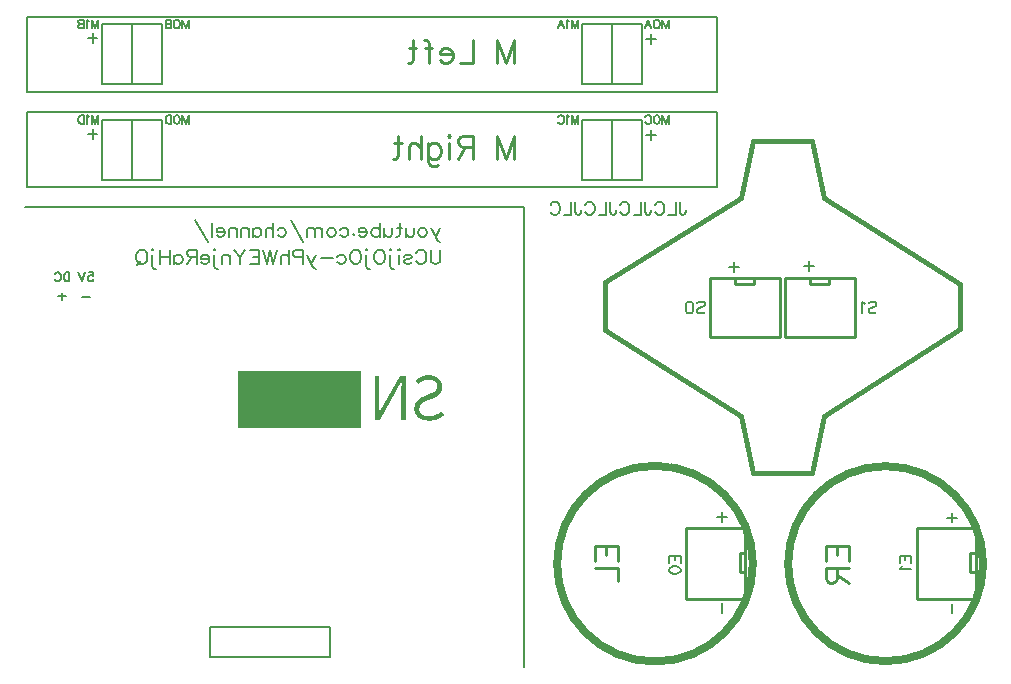
<source format=gbo>
G04 Layer: BottomSilkscreenLayer*
G04 EasyEDA v6.5.1, 2022-03-27 00:01:15*
G04 cc65af8350e74c879d8fba7fd4beee03,7d3f4a13764643a7838717c5c1d40531,10*
G04 Gerber Generator version 0.2*
G04 Scale: 100 percent, Rotated: No, Reflected: No *
G04 Dimensions in inches *
G04 leading zeros omitted , absolute positions ,3 integer and 6 decimal *
%FSLAX36Y36*%
%MOIN*%

%ADD10C,0.0100*%
%ADD14C,0.0250*%
%ADD16C,0.0060*%
%ADD38C,0.0080*%
%ADD39C,0.0080*%
%ADD42C,0.0157*%

%LPD*%
G36*
X1345500Y972120D02*
G01*
X1342880Y972080D01*
X1337760Y971640D01*
X1335260Y971280D01*
X1330420Y970240D01*
X1325780Y968840D01*
X1323540Y968020D01*
X1321339Y967099D01*
X1317140Y965040D01*
X1315120Y963900D01*
X1311300Y961400D01*
X1307720Y958660D01*
X1304440Y955699D01*
X1302900Y954120D01*
X1311699Y943520D01*
X1315160Y946600D01*
X1316960Y948020D01*
X1320700Y950580D01*
X1322660Y951740D01*
X1324660Y952800D01*
X1326720Y953760D01*
X1331020Y955360D01*
X1333260Y956020D01*
X1335580Y956540D01*
X1337940Y956960D01*
X1340400Y957280D01*
X1342900Y957460D01*
X1345500Y957520D01*
X1348000Y957460D01*
X1350420Y957280D01*
X1352740Y956960D01*
X1354980Y956520D01*
X1357100Y955960D01*
X1359120Y955300D01*
X1361040Y954520D01*
X1362840Y953620D01*
X1364520Y952620D01*
X1366060Y951500D01*
X1367500Y950280D01*
X1368800Y948980D01*
X1369960Y947560D01*
X1370980Y946040D01*
X1371840Y944440D01*
X1372580Y942760D01*
X1373140Y940980D01*
X1373560Y939100D01*
X1373820Y937159D01*
X1373899Y935120D01*
X1373740Y932420D01*
X1373300Y929920D01*
X1372600Y927620D01*
X1371660Y925500D01*
X1370500Y923560D01*
X1369120Y921760D01*
X1367580Y920120D01*
X1365900Y918600D01*
X1364079Y917200D01*
X1362140Y915920D01*
X1358040Y913600D01*
X1353760Y911580D01*
X1326220Y899780D01*
X1322160Y897820D01*
X1318300Y895680D01*
X1314660Y893360D01*
X1311300Y890819D01*
X1309720Y889460D01*
X1306800Y886520D01*
X1305460Y884940D01*
X1304220Y883300D01*
X1303080Y881560D01*
X1302040Y879740D01*
X1301100Y877820D01*
X1300280Y875800D01*
X1299580Y873700D01*
X1298980Y871480D01*
X1298520Y869160D01*
X1298180Y866740D01*
X1297960Y864180D01*
X1297900Y861520D01*
X1297960Y859380D01*
X1298120Y857280D01*
X1298380Y855200D01*
X1299259Y851160D01*
X1299840Y849200D01*
X1300540Y847280D01*
X1301339Y845420D01*
X1303220Y841820D01*
X1305500Y838439D01*
X1306780Y836840D01*
X1309620Y833820D01*
X1311180Y832400D01*
X1314540Y829780D01*
X1316360Y828560D01*
X1320240Y826380D01*
X1322300Y825400D01*
X1324440Y824500D01*
X1326660Y823700D01*
X1331339Y822340D01*
X1336320Y821340D01*
X1338899Y820980D01*
X1344300Y820580D01*
X1349680Y820560D01*
X1354740Y820920D01*
X1357200Y821200D01*
X1362040Y822039D01*
X1366699Y823199D01*
X1368980Y823880D01*
X1373420Y825500D01*
X1377680Y827380D01*
X1381759Y829539D01*
X1385680Y831960D01*
X1389400Y834640D01*
X1392940Y837540D01*
X1396300Y840680D01*
X1397900Y842320D01*
X1387900Y853720D01*
X1384600Y850440D01*
X1382860Y848880D01*
X1379220Y846000D01*
X1375360Y843420D01*
X1371339Y841160D01*
X1369280Y840140D01*
X1365020Y838379D01*
X1360620Y836979D01*
X1358400Y836420D01*
X1356140Y835960D01*
X1351540Y835340D01*
X1346900Y835120D01*
X1343959Y835200D01*
X1341140Y835420D01*
X1338440Y835800D01*
X1335860Y836300D01*
X1333420Y836960D01*
X1331120Y837740D01*
X1328959Y838640D01*
X1326920Y839680D01*
X1325040Y840819D01*
X1323300Y842099D01*
X1321699Y843480D01*
X1320260Y844980D01*
X1318980Y846580D01*
X1317880Y848259D01*
X1316920Y850060D01*
X1316120Y851940D01*
X1315500Y853920D01*
X1315060Y855980D01*
X1314780Y858120D01*
X1314700Y860320D01*
X1314820Y863160D01*
X1315200Y865759D01*
X1315800Y868160D01*
X1316639Y870340D01*
X1317680Y872340D01*
X1318920Y874180D01*
X1320340Y875860D01*
X1321940Y877420D01*
X1323720Y878880D01*
X1325640Y880220D01*
X1327700Y881500D01*
X1329880Y882720D01*
X1334600Y885040D01*
X1362600Y897480D01*
X1366080Y899120D01*
X1369560Y900960D01*
X1373000Y903060D01*
X1376300Y905400D01*
X1379420Y908040D01*
X1380900Y909479D01*
X1382300Y911000D01*
X1383620Y912600D01*
X1384860Y914280D01*
X1386000Y916060D01*
X1387020Y917940D01*
X1387960Y919900D01*
X1388760Y921960D01*
X1389440Y924140D01*
X1389980Y926420D01*
X1390360Y928800D01*
X1390620Y931300D01*
X1390700Y933920D01*
X1390620Y936280D01*
X1390400Y938580D01*
X1390040Y940840D01*
X1389560Y943040D01*
X1388920Y945160D01*
X1388180Y947240D01*
X1387280Y949260D01*
X1386279Y951200D01*
X1385160Y953080D01*
X1383920Y954900D01*
X1382560Y956620D01*
X1381100Y958280D01*
X1379520Y959860D01*
X1377840Y961360D01*
X1376080Y962760D01*
X1374199Y964080D01*
X1372240Y965320D01*
X1368040Y967500D01*
X1365820Y968439D01*
X1363520Y969280D01*
X1361160Y970020D01*
X1358700Y970660D01*
X1356180Y971180D01*
X1353600Y971580D01*
X1350960Y971880D01*
X1348260Y972060D01*
G37*
G36*
X1165900Y969520D02*
G01*
X1165900Y823120D01*
X1183100Y823120D01*
X1238100Y917920D01*
X1254100Y947920D01*
X1255100Y947920D01*
X1253520Y920260D01*
X1253140Y909000D01*
X1253100Y823120D01*
X1268700Y823120D01*
X1268700Y969520D01*
X1251700Y969520D01*
X1196300Y874720D01*
X1180500Y844720D01*
X1179500Y844720D01*
X1180840Y865060D01*
X1181320Y874320D01*
X1181660Y885800D01*
X1181700Y969520D01*
G37*
D16*
X2378658Y1333238D02*
G01*
X2345932Y1333238D01*
X2362295Y1316875D02*
G01*
X2362295Y1349601D01*
X1382106Y1464200D02*
G01*
X1368470Y1432381D01*
X1354835Y1464200D02*
G01*
X1368470Y1432381D01*
X1373015Y1423290D01*
X1377561Y1418746D01*
X1382106Y1416473D01*
X1384380Y1416473D01*
X1328470Y1464200D02*
G01*
X1333015Y1461927D01*
X1337561Y1457381D01*
X1339835Y1450563D01*
X1339835Y1446019D01*
X1337561Y1439200D01*
X1333015Y1434654D01*
X1328470Y1432381D01*
X1321652Y1432381D01*
X1317106Y1434654D01*
X1312561Y1439200D01*
X1310289Y1446019D01*
X1310289Y1450563D01*
X1312561Y1457381D01*
X1317106Y1461927D01*
X1321652Y1464200D01*
X1328470Y1464200D01*
X1295289Y1464200D02*
G01*
X1295289Y1441473D01*
X1293015Y1434654D01*
X1288470Y1432381D01*
X1281652Y1432381D01*
X1277106Y1434654D01*
X1270289Y1441473D01*
X1270289Y1464200D02*
G01*
X1270289Y1432381D01*
X1248470Y1480109D02*
G01*
X1248470Y1441473D01*
X1246198Y1434654D01*
X1241652Y1432381D01*
X1237106Y1432381D01*
X1255289Y1464200D02*
G01*
X1239380Y1464200D01*
X1222106Y1464200D02*
G01*
X1222106Y1441473D01*
X1219835Y1434654D01*
X1215289Y1432381D01*
X1208470Y1432381D01*
X1203924Y1434654D01*
X1197106Y1441473D01*
X1197106Y1464200D02*
G01*
X1197106Y1432381D01*
X1182106Y1480109D02*
G01*
X1182106Y1432381D01*
X1182106Y1457381D02*
G01*
X1177561Y1461927D01*
X1173015Y1464200D01*
X1166198Y1464200D01*
X1161652Y1461927D01*
X1157106Y1457381D01*
X1154835Y1450563D01*
X1154835Y1446019D01*
X1157106Y1439200D01*
X1161652Y1434654D01*
X1166198Y1432381D01*
X1173015Y1432381D01*
X1177561Y1434654D01*
X1182106Y1439200D01*
X1139835Y1450563D02*
G01*
X1112561Y1450563D01*
X1112561Y1455109D01*
X1114835Y1459654D01*
X1117106Y1461927D01*
X1121652Y1464200D01*
X1128470Y1464200D01*
X1133015Y1461927D01*
X1137561Y1457381D01*
X1139835Y1450563D01*
X1139835Y1446019D01*
X1137561Y1439200D01*
X1133015Y1434654D01*
X1128470Y1432381D01*
X1121652Y1432381D01*
X1117106Y1434654D01*
X1112561Y1439200D01*
X1095289Y1443746D02*
G01*
X1097561Y1441473D01*
X1095289Y1439200D01*
X1093015Y1441473D01*
X1095289Y1443746D01*
X1050744Y1457381D02*
G01*
X1055289Y1461927D01*
X1059835Y1464200D01*
X1066652Y1464200D01*
X1071198Y1461927D01*
X1075744Y1457381D01*
X1078015Y1450563D01*
X1078015Y1446019D01*
X1075744Y1439200D01*
X1071198Y1434654D01*
X1066652Y1432381D01*
X1059835Y1432381D01*
X1055289Y1434654D01*
X1050744Y1439200D01*
X1024380Y1464200D02*
G01*
X1028924Y1461927D01*
X1033470Y1457381D01*
X1035744Y1450563D01*
X1035744Y1446019D01*
X1033470Y1439200D01*
X1028924Y1434654D01*
X1024380Y1432381D01*
X1017561Y1432381D01*
X1013015Y1434654D01*
X1008470Y1439200D01*
X1006198Y1446019D01*
X1006198Y1450563D01*
X1008470Y1457381D01*
X1013015Y1461927D01*
X1017561Y1464200D01*
X1024380Y1464200D01*
X991198Y1464200D02*
G01*
X991198Y1432381D01*
X991198Y1455109D02*
G01*
X984380Y1461927D01*
X979835Y1464200D01*
X973015Y1464200D01*
X968470Y1461927D01*
X966198Y1455109D01*
X966198Y1432381D01*
X966198Y1455109D02*
G01*
X959380Y1461927D01*
X954835Y1464200D01*
X948015Y1464200D01*
X943470Y1461927D01*
X941198Y1455109D01*
X941198Y1432381D01*
X885289Y1489200D02*
G01*
X926198Y1416473D01*
X843015Y1457381D02*
G01*
X847561Y1461927D01*
X852106Y1464200D01*
X858924Y1464200D01*
X863470Y1461927D01*
X868015Y1457381D01*
X870289Y1450563D01*
X870289Y1446019D01*
X868015Y1439200D01*
X863470Y1434654D01*
X858924Y1432381D01*
X852106Y1432381D01*
X847561Y1434654D01*
X843015Y1439200D01*
X828015Y1480109D02*
G01*
X828015Y1432381D01*
X828015Y1455109D02*
G01*
X821198Y1461927D01*
X816652Y1464200D01*
X809835Y1464200D01*
X805289Y1461927D01*
X803015Y1455109D01*
X803015Y1432381D01*
X760744Y1464200D02*
G01*
X760744Y1432381D01*
X760744Y1457381D02*
G01*
X765289Y1461927D01*
X769835Y1464200D01*
X776652Y1464200D01*
X781198Y1461927D01*
X785744Y1457381D01*
X788015Y1450563D01*
X788015Y1446019D01*
X785744Y1439200D01*
X781198Y1434654D01*
X776652Y1432381D01*
X769835Y1432381D01*
X765289Y1434654D01*
X760744Y1439200D01*
X745743Y1464200D02*
G01*
X745743Y1432381D01*
X745743Y1455109D02*
G01*
X738924Y1461927D01*
X734380Y1464200D01*
X727561Y1464200D01*
X723015Y1461927D01*
X720743Y1455109D01*
X720743Y1432381D01*
X705743Y1464200D02*
G01*
X705743Y1432381D01*
X705743Y1455109D02*
G01*
X698924Y1461927D01*
X694380Y1464200D01*
X687561Y1464200D01*
X683015Y1461927D01*
X680743Y1455109D01*
X680743Y1432381D01*
X665743Y1450563D02*
G01*
X638470Y1450563D01*
X638470Y1455109D01*
X640743Y1459654D01*
X643015Y1461927D01*
X647561Y1464200D01*
X654380Y1464200D01*
X658924Y1461927D01*
X663470Y1457381D01*
X665743Y1450563D01*
X665743Y1446019D01*
X663470Y1439200D01*
X658924Y1434654D01*
X654380Y1432381D01*
X647561Y1432381D01*
X643015Y1434654D01*
X638470Y1439200D01*
X623470Y1480109D02*
G01*
X623470Y1432381D01*
X567561Y1489200D02*
G01*
X608470Y1416473D01*
X1384380Y1390109D02*
G01*
X1384380Y1356019D01*
X1382106Y1349200D01*
X1377561Y1344654D01*
X1370744Y1342381D01*
X1366198Y1342381D01*
X1359380Y1344654D01*
X1354835Y1349200D01*
X1352561Y1356019D01*
X1352561Y1390109D01*
X1303470Y1378746D02*
G01*
X1305744Y1383290D01*
X1310289Y1387836D01*
X1314835Y1390109D01*
X1323924Y1390109D01*
X1328470Y1387836D01*
X1333015Y1383290D01*
X1335289Y1378746D01*
X1337561Y1371927D01*
X1337561Y1360563D01*
X1335289Y1353746D01*
X1333015Y1349200D01*
X1328470Y1344654D01*
X1323924Y1342381D01*
X1314835Y1342381D01*
X1310289Y1344654D01*
X1305744Y1349200D01*
X1303470Y1353746D01*
X1263470Y1367381D02*
G01*
X1265744Y1371927D01*
X1272561Y1374200D01*
X1279380Y1374200D01*
X1286198Y1371927D01*
X1288470Y1367381D01*
X1286198Y1362836D01*
X1281652Y1360563D01*
X1270289Y1358290D01*
X1265744Y1356019D01*
X1263470Y1351473D01*
X1263470Y1349200D01*
X1265744Y1344654D01*
X1272561Y1342381D01*
X1279380Y1342381D01*
X1286198Y1344654D01*
X1288470Y1349200D01*
X1248470Y1390109D02*
G01*
X1246198Y1387836D01*
X1243924Y1390109D01*
X1246198Y1392381D01*
X1248470Y1390109D01*
X1246198Y1374200D02*
G01*
X1246198Y1342381D01*
X1219835Y1390109D02*
G01*
X1217561Y1387836D01*
X1215289Y1390109D01*
X1217561Y1392381D01*
X1219835Y1390109D01*
X1217561Y1374200D02*
G01*
X1217561Y1335563D01*
X1219835Y1328746D01*
X1224380Y1326473D01*
X1228924Y1326473D01*
X1186652Y1390109D02*
G01*
X1191198Y1387836D01*
X1195744Y1383290D01*
X1198015Y1378746D01*
X1200289Y1371927D01*
X1200289Y1360563D01*
X1198015Y1353746D01*
X1195744Y1349200D01*
X1191198Y1344654D01*
X1186652Y1342381D01*
X1177561Y1342381D01*
X1173015Y1344654D01*
X1168470Y1349200D01*
X1166198Y1353746D01*
X1163924Y1360563D01*
X1163924Y1371927D01*
X1166198Y1378746D01*
X1168470Y1383290D01*
X1173015Y1387836D01*
X1177561Y1390109D01*
X1186652Y1390109D01*
X1139835Y1390109D02*
G01*
X1137561Y1387836D01*
X1135289Y1390109D01*
X1137561Y1392381D01*
X1139835Y1390109D01*
X1137561Y1374200D02*
G01*
X1137561Y1335563D01*
X1139835Y1328746D01*
X1144380Y1326473D01*
X1148924Y1326473D01*
X1106652Y1390109D02*
G01*
X1111198Y1387836D01*
X1115744Y1383290D01*
X1118015Y1378746D01*
X1120289Y1371927D01*
X1120289Y1360563D01*
X1118015Y1353746D01*
X1115744Y1349200D01*
X1111198Y1344654D01*
X1106652Y1342381D01*
X1097561Y1342381D01*
X1093015Y1344654D01*
X1088470Y1349200D01*
X1086198Y1353746D01*
X1083924Y1360563D01*
X1083924Y1371927D01*
X1086198Y1378746D01*
X1088470Y1383290D01*
X1093015Y1387836D01*
X1097561Y1390109D01*
X1106652Y1390109D01*
X1041652Y1367381D02*
G01*
X1046198Y1371927D01*
X1050744Y1374200D01*
X1057561Y1374200D01*
X1062106Y1371927D01*
X1066652Y1367381D01*
X1068924Y1360563D01*
X1068924Y1356019D01*
X1066652Y1349200D01*
X1062106Y1344654D01*
X1057561Y1342381D01*
X1050744Y1342381D01*
X1046198Y1344654D01*
X1041652Y1349200D01*
X1026652Y1362836D02*
G01*
X985744Y1362836D01*
X968470Y1374200D02*
G01*
X954835Y1342381D01*
X941198Y1374200D02*
G01*
X954835Y1342381D01*
X959380Y1333290D01*
X963924Y1328746D01*
X968470Y1326473D01*
X970744Y1326473D01*
X926198Y1390109D02*
G01*
X926198Y1342381D01*
X926198Y1390109D02*
G01*
X905744Y1390109D01*
X898924Y1387836D01*
X896652Y1385563D01*
X894380Y1381019D01*
X894380Y1374200D01*
X896652Y1369654D01*
X898924Y1367381D01*
X905744Y1365109D01*
X926198Y1365109D01*
X879380Y1390109D02*
G01*
X879380Y1342381D01*
X879380Y1365109D02*
G01*
X872561Y1371927D01*
X868015Y1374200D01*
X861198Y1374200D01*
X856652Y1371927D01*
X854380Y1365109D01*
X854380Y1342381D01*
X839380Y1390109D02*
G01*
X828015Y1342381D01*
X816652Y1390109D02*
G01*
X828015Y1342381D01*
X816652Y1390109D02*
G01*
X805289Y1342381D01*
X793924Y1390109D02*
G01*
X805289Y1342381D01*
X778924Y1390109D02*
G01*
X778924Y1342381D01*
X778924Y1390109D02*
G01*
X749380Y1390109D01*
X778924Y1367381D02*
G01*
X760744Y1367381D01*
X778924Y1342381D02*
G01*
X749380Y1342381D01*
X734380Y1390109D02*
G01*
X716197Y1367381D01*
X716197Y1342381D01*
X698015Y1390109D02*
G01*
X716197Y1367381D01*
X683015Y1374200D02*
G01*
X683015Y1342381D01*
X683015Y1365109D02*
G01*
X676197Y1371927D01*
X671653Y1374200D01*
X664834Y1374200D01*
X660288Y1371927D01*
X658015Y1365109D01*
X658015Y1342381D01*
X633924Y1390109D02*
G01*
X631653Y1387836D01*
X629380Y1390109D01*
X631653Y1392381D01*
X633924Y1390109D01*
X631653Y1374200D02*
G01*
X631653Y1335563D01*
X633924Y1328746D01*
X638470Y1326473D01*
X643015Y1326473D01*
X614380Y1360563D02*
G01*
X587107Y1360563D01*
X587107Y1365109D01*
X589380Y1369654D01*
X591653Y1371927D01*
X596197Y1374200D01*
X603015Y1374200D01*
X607561Y1371927D01*
X612107Y1367381D01*
X614380Y1360563D01*
X614380Y1356019D01*
X612107Y1349200D01*
X607561Y1344654D01*
X603015Y1342381D01*
X596197Y1342381D01*
X591653Y1344654D01*
X587107Y1349200D01*
X572107Y1390109D02*
G01*
X572107Y1342381D01*
X572107Y1390109D02*
G01*
X551653Y1390109D01*
X544834Y1387836D01*
X542561Y1385563D01*
X540288Y1381019D01*
X540288Y1376473D01*
X542561Y1371927D01*
X544834Y1369654D01*
X551653Y1367381D01*
X572107Y1367381D01*
X556197Y1367381D02*
G01*
X540288Y1342381D01*
X498015Y1374200D02*
G01*
X498015Y1342381D01*
X498015Y1367381D02*
G01*
X502561Y1371927D01*
X507107Y1374200D01*
X513924Y1374200D01*
X518470Y1371927D01*
X523015Y1367381D01*
X525288Y1360563D01*
X525288Y1356019D01*
X523015Y1349200D01*
X518470Y1344654D01*
X513924Y1342381D01*
X507107Y1342381D01*
X502561Y1344654D01*
X498015Y1349200D01*
X483015Y1390109D02*
G01*
X483015Y1342381D01*
X451197Y1390109D02*
G01*
X451197Y1342381D01*
X483015Y1367381D02*
G01*
X451197Y1367381D01*
X427107Y1390109D02*
G01*
X424834Y1387836D01*
X422561Y1390109D01*
X424834Y1392381D01*
X427107Y1390109D01*
X424834Y1374200D02*
G01*
X424834Y1335563D01*
X427107Y1328746D01*
X431653Y1326473D01*
X436197Y1326473D01*
X393924Y1390109D02*
G01*
X398470Y1387836D01*
X403015Y1383290D01*
X405288Y1378746D01*
X407561Y1371927D01*
X407561Y1360563D01*
X405288Y1353746D01*
X403015Y1349200D01*
X398470Y1344654D01*
X393924Y1342381D01*
X384834Y1342381D01*
X380288Y1344654D01*
X375743Y1349200D01*
X373470Y1353746D01*
X371197Y1360563D01*
X371197Y1371927D01*
X373470Y1378746D01*
X375743Y1383290D01*
X380288Y1387836D01*
X384834Y1390109D01*
X393924Y1390109D01*
X387107Y1351473D02*
G01*
X373470Y1337836D01*
X2182669Y1550064D02*
G01*
X2182669Y1517337D01*
X2184715Y1511199D01*
X2186760Y1509155D01*
X2190852Y1507109D01*
X2194943Y1507109D01*
X2199034Y1509155D01*
X2201080Y1511199D01*
X2203125Y1517337D01*
X2203125Y1521428D01*
X2169170Y1550064D02*
G01*
X2169170Y1507109D01*
X2169170Y1507109D02*
G01*
X2144624Y1507109D01*
X2100442Y1539837D02*
G01*
X2102488Y1543928D01*
X2106580Y1548018D01*
X2110670Y1550064D01*
X2118851Y1550064D01*
X2122942Y1548018D01*
X2127034Y1543928D01*
X2129080Y1539837D01*
X2131125Y1533699D01*
X2131125Y1523472D01*
X2129080Y1517337D01*
X2127034Y1513245D01*
X2122942Y1509155D01*
X2118851Y1507109D01*
X2110670Y1507109D01*
X2106580Y1509155D01*
X2102488Y1513245D01*
X2100442Y1517337D01*
X2066489Y1550064D02*
G01*
X2066489Y1517337D01*
X2068533Y1511199D01*
X2070580Y1509155D01*
X2074669Y1507109D01*
X2078761Y1507109D01*
X2082852Y1509155D01*
X2084898Y1511199D01*
X2086943Y1517337D01*
X2086943Y1521428D01*
X2052988Y1550064D02*
G01*
X2052988Y1507109D01*
X2052988Y1507109D02*
G01*
X2028442Y1507109D01*
X1984260Y1539837D02*
G01*
X1986306Y1543928D01*
X1990397Y1548018D01*
X1994489Y1550064D01*
X2002669Y1550064D01*
X2006760Y1548018D01*
X2010852Y1543928D01*
X2012897Y1539837D01*
X2014943Y1533699D01*
X2014943Y1523472D01*
X2012897Y1517337D01*
X2010852Y1513245D01*
X2006760Y1509155D01*
X2002669Y1507109D01*
X1994489Y1507109D01*
X1990397Y1509155D01*
X1986306Y1513245D01*
X1984260Y1517337D01*
X1950307Y1550064D02*
G01*
X1950307Y1517337D01*
X1952352Y1511199D01*
X1954398Y1509155D01*
X1958488Y1507109D01*
X1962579Y1507109D01*
X1966670Y1509155D01*
X1968716Y1511199D01*
X1970761Y1517337D01*
X1970761Y1521428D01*
X1936806Y1550064D02*
G01*
X1936806Y1507109D01*
X1936806Y1507109D02*
G01*
X1912260Y1507109D01*
X1868080Y1539837D02*
G01*
X1870124Y1543928D01*
X1874215Y1548018D01*
X1878307Y1550064D01*
X1886489Y1550064D01*
X1890580Y1548018D01*
X1894669Y1543928D01*
X1896715Y1539837D01*
X1898761Y1533699D01*
X1898761Y1523472D01*
X1896715Y1517337D01*
X1894669Y1513245D01*
X1890580Y1509155D01*
X1886489Y1507109D01*
X1878307Y1507109D01*
X1874215Y1509155D01*
X1870124Y1513245D01*
X1868080Y1517337D01*
X1834125Y1550064D02*
G01*
X1834125Y1517337D01*
X1836170Y1511199D01*
X1838216Y1509155D01*
X1842307Y1507109D01*
X1846397Y1507109D01*
X1850488Y1509155D01*
X1852533Y1511199D01*
X1854579Y1517337D01*
X1854579Y1521428D01*
X1820625Y1550064D02*
G01*
X1820625Y1507109D01*
X1820625Y1507109D02*
G01*
X1796080Y1507109D01*
X1751898Y1539837D02*
G01*
X1753942Y1543928D01*
X1758033Y1548018D01*
X1762124Y1550064D01*
X1770307Y1550064D01*
X1774398Y1548018D01*
X1778488Y1543928D01*
X1780533Y1539837D01*
X1782579Y1533699D01*
X1782579Y1523472D01*
X1780533Y1517337D01*
X1778488Y1513245D01*
X1774398Y1509155D01*
X1770307Y1507109D01*
X1762124Y1507109D01*
X1758033Y1509155D01*
X1753942Y1513245D01*
X1751898Y1517337D01*
X2240169Y1211158D02*
G01*
X2243806Y1214794D01*
X2249260Y1216613D01*
X2256534Y1216613D01*
X2261989Y1214794D01*
X2265625Y1211158D01*
X2265625Y1207523D01*
X2263806Y1203886D01*
X2261989Y1202067D01*
X2258352Y1200250D01*
X2247443Y1196613D01*
X2243806Y1194794D01*
X2241989Y1192977D01*
X2240169Y1189340D01*
X2240169Y1183886D01*
X2243806Y1180250D01*
X2249260Y1178431D01*
X2256534Y1178431D01*
X2261989Y1180250D01*
X2265625Y1183886D01*
X2217260Y1216613D02*
G01*
X2222716Y1214794D01*
X2226351Y1209340D01*
X2228170Y1200250D01*
X2228170Y1194794D01*
X2226351Y1185704D01*
X2222716Y1180250D01*
X2217260Y1178431D01*
X2213625Y1178431D01*
X2208170Y1180250D01*
X2204534Y1185704D01*
X2202716Y1194794D01*
X2202716Y1200250D01*
X2204534Y1209340D01*
X2208170Y1214794D01*
X2213625Y1216613D01*
X2217260Y1216613D01*
X2147100Y370625D02*
G01*
X2185299Y370625D01*
X2147100Y370625D02*
G01*
X2147100Y347024D01*
X2165299Y370625D02*
G01*
X2165299Y356125D01*
X2185299Y370625D02*
G01*
X2185299Y347024D01*
X2147100Y324124D02*
G01*
X2148999Y329524D01*
X2154399Y333125D01*
X2163500Y335025D01*
X2168999Y335025D01*
X2178000Y333125D01*
X2183500Y329524D01*
X2185299Y324124D01*
X2185299Y320425D01*
X2183500Y315025D01*
X2178000Y311325D01*
X2168999Y309524D01*
X2163500Y309524D01*
X2154399Y311325D01*
X2148999Y315025D01*
X2147100Y320425D01*
X2147100Y324124D01*
X2915850Y370000D02*
G01*
X2954049Y370000D01*
X2915850Y370000D02*
G01*
X2915850Y346399D01*
X2934049Y370000D02*
G01*
X2934049Y355500D01*
X2954049Y370000D02*
G01*
X2954049Y346399D01*
X2923149Y334400D02*
G01*
X2921350Y330700D01*
X2915850Y325300D01*
X2954049Y325300D01*
X2305716Y498011D02*
G01*
X2338442Y498011D01*
X2322079Y514375D02*
G01*
X2322079Y481648D01*
X3074466Y497386D02*
G01*
X3107192Y497386D01*
X3090829Y513750D02*
G01*
X3090829Y481023D01*
D10*
X1631244Y2088867D02*
G01*
X1631244Y2012503D01*
X1631244Y2088867D02*
G01*
X1602154Y2012503D01*
X1573063Y2088867D02*
G01*
X1602154Y2012503D01*
X1573063Y2088867D02*
G01*
X1573063Y2012503D01*
X1493063Y2088867D02*
G01*
X1493063Y2012503D01*
X1493063Y2012503D02*
G01*
X1449426Y2012503D01*
X1425426Y2041595D02*
G01*
X1381790Y2041595D01*
X1381790Y2048867D01*
X1385426Y2056140D01*
X1389062Y2059776D01*
X1396336Y2063413D01*
X1407245Y2063413D01*
X1414517Y2059776D01*
X1421790Y2052503D01*
X1425426Y2041595D01*
X1425426Y2034322D01*
X1421790Y2023413D01*
X1414517Y2016140D01*
X1407245Y2012503D01*
X1396336Y2012503D01*
X1389062Y2016140D01*
X1381790Y2023413D01*
X1328699Y2088867D02*
G01*
X1335972Y2088867D01*
X1343244Y2085230D01*
X1346881Y2074322D01*
X1346881Y2012503D01*
X1357790Y2063413D02*
G01*
X1332335Y2063413D01*
X1293789Y2088867D02*
G01*
X1293789Y2027049D01*
X1290154Y2016140D01*
X1282880Y2012503D01*
X1275609Y2012503D01*
X1304700Y2063413D02*
G01*
X1279245Y2063413D01*
X1631244Y1770117D02*
G01*
X1631244Y1693753D01*
X1631244Y1770117D02*
G01*
X1602154Y1693753D01*
X1573063Y1770117D02*
G01*
X1602154Y1693753D01*
X1573063Y1770117D02*
G01*
X1573063Y1693753D01*
X1493063Y1770117D02*
G01*
X1493063Y1693753D01*
X1493063Y1770117D02*
G01*
X1460335Y1770117D01*
X1449426Y1766480D01*
X1445789Y1762845D01*
X1442154Y1755572D01*
X1442154Y1748299D01*
X1445789Y1741026D01*
X1449426Y1737390D01*
X1460335Y1733753D01*
X1493063Y1733753D01*
X1467609Y1733753D02*
G01*
X1442154Y1693753D01*
X1418154Y1770117D02*
G01*
X1414517Y1766480D01*
X1410880Y1770117D01*
X1414517Y1773753D01*
X1418154Y1770117D01*
X1414517Y1744663D02*
G01*
X1414517Y1693753D01*
X1343244Y1744663D02*
G01*
X1343244Y1686480D01*
X1346881Y1675572D01*
X1350518Y1671934D01*
X1357790Y1668299D01*
X1368699Y1668299D01*
X1375972Y1671934D01*
X1343244Y1733753D02*
G01*
X1350518Y1741026D01*
X1357790Y1744663D01*
X1368699Y1744663D01*
X1375972Y1741026D01*
X1383244Y1733753D01*
X1386881Y1722845D01*
X1386881Y1715572D01*
X1383244Y1704663D01*
X1375972Y1697390D01*
X1368699Y1693753D01*
X1357790Y1693753D01*
X1350518Y1697390D01*
X1343244Y1704663D01*
X1319245Y1770117D02*
G01*
X1319245Y1693753D01*
X1319245Y1730117D02*
G01*
X1308335Y1741026D01*
X1301063Y1744663D01*
X1290154Y1744663D01*
X1282880Y1741026D01*
X1279245Y1730117D01*
X1279245Y1693753D01*
X1244336Y1770117D02*
G01*
X1244336Y1708299D01*
X1240699Y1697390D01*
X1233427Y1693753D01*
X1226153Y1693753D01*
X1255245Y1744663D02*
G01*
X1229790Y1744663D01*
D16*
X3090829Y210625D02*
G01*
X3090829Y177898D01*
X2322079Y211250D02*
G01*
X2322079Y178523D01*
X2071336Y2091775D02*
G01*
X2104062Y2091775D01*
X2087700Y2108139D02*
G01*
X2087700Y2075412D01*
X2071336Y1773025D02*
G01*
X2104062Y1773025D01*
X2087700Y1789389D02*
G01*
X2087700Y1756662D01*
X208836Y1776150D02*
G01*
X241563Y1776150D01*
X225199Y1792514D02*
G01*
X225199Y1759787D01*
X208836Y2094900D02*
G01*
X241563Y2094900D01*
X225199Y2111264D02*
G01*
X225199Y2078537D01*
X2628658Y1336363D02*
G01*
X2595932Y1336363D01*
X2612295Y1320000D02*
G01*
X2612295Y1352726D01*
X2812044Y1211158D02*
G01*
X2815681Y1214794D01*
X2821135Y1216613D01*
X2828409Y1216613D01*
X2833864Y1214794D01*
X2837500Y1211158D01*
X2837500Y1207523D01*
X2835681Y1203886D01*
X2833864Y1202067D01*
X2830227Y1200250D01*
X2819318Y1196613D01*
X2815681Y1194794D01*
X2813864Y1192977D01*
X2812044Y1189340D01*
X2812044Y1183886D01*
X2815681Y1180250D01*
X2821135Y1178431D01*
X2828409Y1178431D01*
X2833864Y1180250D01*
X2837500Y1183886D01*
X2800045Y1209340D02*
G01*
X2796409Y1211158D01*
X2790955Y1216613D01*
X2790955Y1178431D01*
X211761Y1314648D02*
G01*
X225398Y1314648D01*
X226761Y1302375D01*
X225398Y1303739D01*
X221307Y1305102D01*
X217215Y1305102D01*
X213125Y1303739D01*
X210398Y1301010D01*
X209034Y1296920D01*
X209034Y1294193D01*
X210398Y1290102D01*
X213125Y1287375D01*
X217215Y1286010D01*
X221307Y1286010D01*
X225398Y1287375D01*
X226761Y1288739D01*
X228125Y1291466D01*
X200034Y1314648D02*
G01*
X189124Y1286010D01*
X178216Y1314648D02*
G01*
X189124Y1286010D01*
X148216Y1314648D02*
G01*
X148216Y1286010D01*
X148216Y1314648D02*
G01*
X138670Y1314648D01*
X134580Y1313283D01*
X131851Y1310556D01*
X130488Y1307829D01*
X129124Y1303739D01*
X129124Y1296920D01*
X130488Y1292829D01*
X131851Y1290102D01*
X134580Y1287375D01*
X138670Y1286010D01*
X148216Y1286010D01*
X99670Y1307829D02*
G01*
X101033Y1310556D01*
X103760Y1313283D01*
X106489Y1314648D01*
X111943Y1314648D01*
X114670Y1313283D01*
X117397Y1310556D01*
X118760Y1307829D01*
X120124Y1303739D01*
X120124Y1296920D01*
X118760Y1292829D01*
X117397Y1290102D01*
X114670Y1287375D01*
X111943Y1286010D01*
X106489Y1286010D01*
X103760Y1287375D01*
X101033Y1290102D01*
X99670Y1292829D01*
X111300Y1234574D02*
G01*
X135900Y1234574D01*
X123600Y1246875D02*
G01*
X123600Y1222375D01*
X190625Y1232966D02*
G01*
X215169Y1232966D01*
D10*
X1900523Y401250D02*
G01*
X1976886Y401250D01*
X1900523Y401250D02*
G01*
X1900523Y353976D01*
X1936886Y401250D02*
G01*
X1936886Y372159D01*
X1976886Y401250D02*
G01*
X1976886Y353976D01*
X1900523Y329976D02*
G01*
X1976886Y329976D01*
X1976886Y329976D02*
G01*
X1976886Y286341D01*
X2669273Y401250D02*
G01*
X2745636Y401250D01*
X2669273Y401250D02*
G01*
X2669273Y353976D01*
X2705636Y401250D02*
G01*
X2705636Y372159D01*
X2745636Y401250D02*
G01*
X2745636Y353976D01*
X2669273Y329976D02*
G01*
X2745636Y329976D01*
X2669273Y329976D02*
G01*
X2669273Y297249D01*
X2672908Y286341D01*
X2676544Y282705D01*
X2683818Y279068D01*
X2691090Y279068D01*
X2698364Y282705D01*
X2701999Y286341D01*
X2705636Y297249D01*
X2705636Y329976D01*
X2705636Y304522D02*
G01*
X2745636Y279068D01*
D16*
X2146869Y1838413D02*
G01*
X2146869Y1809776D01*
X2146869Y1838413D02*
G01*
X2135960Y1809776D01*
X2125051Y1838413D02*
G01*
X2135960Y1809776D01*
X2125051Y1838413D02*
G01*
X2125051Y1809776D01*
X2107870Y1838413D02*
G01*
X2111961Y1837049D01*
X2114687Y1832957D01*
X2116051Y1826140D01*
X2116051Y1822049D01*
X2114687Y1815230D01*
X2111961Y1811140D01*
X2107870Y1809776D01*
X2105142Y1809776D01*
X2101051Y1811140D01*
X2098325Y1815230D01*
X2096961Y1822049D01*
X2096961Y1826140D01*
X2098325Y1832957D01*
X2101051Y1837049D01*
X2105142Y1838413D01*
X2107870Y1838413D01*
X2067506Y1831595D02*
G01*
X2068869Y1834322D01*
X2071597Y1837049D01*
X2074324Y1838413D01*
X2079778Y1838413D01*
X2082506Y1837049D01*
X2085234Y1834322D01*
X2086597Y1831595D01*
X2087960Y1827503D01*
X2087960Y1820684D01*
X2086597Y1816595D01*
X2085234Y1813867D01*
X2082506Y1811140D01*
X2079778Y1809776D01*
X2074324Y1809776D01*
X2071597Y1811140D01*
X2068869Y1813867D01*
X2067506Y1816595D01*
X546869Y1838413D02*
G01*
X546869Y1809776D01*
X546869Y1838413D02*
G01*
X535961Y1809776D01*
X525052Y1838413D02*
G01*
X535961Y1809776D01*
X525052Y1838413D02*
G01*
X525052Y1809776D01*
X507869Y1838413D02*
G01*
X511961Y1837049D01*
X514688Y1832957D01*
X516051Y1826140D01*
X516051Y1822049D01*
X514688Y1815230D01*
X511961Y1811140D01*
X507869Y1809776D01*
X505142Y1809776D01*
X501051Y1811140D01*
X498324Y1815230D01*
X496961Y1822049D01*
X496961Y1826140D01*
X498324Y1832957D01*
X501051Y1837049D01*
X505142Y1838413D01*
X507869Y1838413D01*
X487961Y1838413D02*
G01*
X487961Y1809776D01*
X487961Y1838413D02*
G01*
X478414Y1838413D01*
X474324Y1837049D01*
X471597Y1834322D01*
X470234Y1831595D01*
X468870Y1827503D01*
X468870Y1820684D01*
X470234Y1816595D01*
X471597Y1813867D01*
X474324Y1811140D01*
X478414Y1809776D01*
X487961Y1809776D01*
X1843744Y1838413D02*
G01*
X1843744Y1809776D01*
X1843744Y1838413D02*
G01*
X1832835Y1809776D01*
X1821926Y1838413D02*
G01*
X1832835Y1809776D01*
X1821926Y1838413D02*
G01*
X1821926Y1809776D01*
X1812926Y1832957D02*
G01*
X1810200Y1834322D01*
X1806108Y1838413D01*
X1806108Y1809776D01*
X1776653Y1831595D02*
G01*
X1778018Y1834322D01*
X1780744Y1837049D01*
X1783472Y1838413D01*
X1788927Y1838413D01*
X1791653Y1837049D01*
X1794381Y1834322D01*
X1795744Y1831595D01*
X1797109Y1827503D01*
X1797109Y1820684D01*
X1795744Y1816595D01*
X1794381Y1813867D01*
X1791653Y1811140D01*
X1788927Y1809776D01*
X1783472Y1809776D01*
X1780744Y1811140D01*
X1778018Y1813867D01*
X1776653Y1816595D01*
X243744Y1838413D02*
G01*
X243744Y1809776D01*
X243744Y1838413D02*
G01*
X232836Y1809776D01*
X221927Y1838413D02*
G01*
X232836Y1809776D01*
X221927Y1838413D02*
G01*
X221927Y1809776D01*
X212926Y1832957D02*
G01*
X210199Y1834322D01*
X206109Y1838413D01*
X206109Y1809776D01*
X197109Y1838413D02*
G01*
X197109Y1809776D01*
X197109Y1838413D02*
G01*
X187563Y1838413D01*
X183472Y1837049D01*
X180745Y1834322D01*
X179380Y1831595D01*
X178018Y1827503D01*
X178018Y1820684D01*
X179380Y1816595D01*
X180745Y1813867D01*
X183472Y1811140D01*
X187563Y1809776D01*
X197109Y1809776D01*
X2146869Y2157170D02*
G01*
X2146869Y2128569D01*
X2146869Y2157170D02*
G01*
X2135969Y2128569D01*
X2125069Y2157170D02*
G01*
X2135969Y2128569D01*
X2125069Y2157170D02*
G01*
X2125069Y2128569D01*
X2107870Y2157170D02*
G01*
X2111970Y2155770D01*
X2114669Y2151669D01*
X2116069Y2144870D01*
X2116069Y2140770D01*
X2114669Y2133969D01*
X2111970Y2129870D01*
X2107870Y2128569D01*
X2105169Y2128569D01*
X2101069Y2129870D01*
X2098370Y2133969D01*
X2096970Y2140770D01*
X2096970Y2144870D01*
X2098370Y2151669D01*
X2101069Y2155770D01*
X2105169Y2157170D01*
X2107870Y2157170D01*
X2077070Y2157170D02*
G01*
X2087969Y2128569D01*
X2077070Y2157170D02*
G01*
X2066170Y2128569D01*
X2083869Y2138069D02*
G01*
X2070270Y2138069D01*
X546869Y2157170D02*
G01*
X546869Y2128569D01*
X546869Y2157170D02*
G01*
X535970Y2128569D01*
X525070Y2157170D02*
G01*
X535970Y2128569D01*
X525070Y2157170D02*
G01*
X525070Y2128569D01*
X507869Y2157170D02*
G01*
X511970Y2155770D01*
X514670Y2151669D01*
X516069Y2144870D01*
X516069Y2140770D01*
X514670Y2133969D01*
X511970Y2129870D01*
X507869Y2128569D01*
X505169Y2128569D01*
X501069Y2129870D01*
X498369Y2133969D01*
X496970Y2140770D01*
X496970Y2144870D01*
X498369Y2151669D01*
X501069Y2155770D01*
X505169Y2157170D01*
X507869Y2157170D01*
X487970Y2157170D02*
G01*
X487970Y2128569D01*
X487970Y2157170D02*
G01*
X475670Y2157170D01*
X471570Y2155770D01*
X470270Y2154470D01*
X468870Y2151669D01*
X468870Y2148969D01*
X470270Y2146269D01*
X471570Y2144870D01*
X475670Y2143569D01*
X487970Y2143569D02*
G01*
X475670Y2143569D01*
X471570Y2142170D01*
X470270Y2140770D01*
X468870Y2138069D01*
X468870Y2133969D01*
X470270Y2131269D01*
X471570Y2129870D01*
X475670Y2128569D01*
X487970Y2128569D01*
X1843744Y2157170D02*
G01*
X1843744Y2128569D01*
X1843744Y2157170D02*
G01*
X1832844Y2128569D01*
X1821944Y2157170D02*
G01*
X1832844Y2128569D01*
X1821944Y2157170D02*
G01*
X1821944Y2128569D01*
X1812944Y2151669D02*
G01*
X1810245Y2153069D01*
X1806144Y2157170D01*
X1806144Y2128569D01*
X1786244Y2157170D02*
G01*
X1797145Y2128569D01*
X1786244Y2157170D02*
G01*
X1775245Y2128569D01*
X1793045Y2138069D02*
G01*
X1779345Y2138069D01*
X243744Y2157170D02*
G01*
X243744Y2128569D01*
X243744Y2157170D02*
G01*
X232845Y2128569D01*
X221945Y2157170D02*
G01*
X232845Y2128569D01*
X221945Y2157170D02*
G01*
X221945Y2128569D01*
X212944Y2151669D02*
G01*
X210244Y2153069D01*
X206145Y2157170D01*
X206145Y2128569D01*
X197145Y2157170D02*
G01*
X197145Y2128569D01*
X197145Y2157170D02*
G01*
X184845Y2157170D01*
X180745Y2155770D01*
X179344Y2154470D01*
X178045Y2151669D01*
X178045Y2148969D01*
X179344Y2146269D01*
X180745Y2144870D01*
X184845Y2143569D01*
X197145Y2143569D02*
G01*
X184845Y2143569D01*
X180745Y2142170D01*
X179344Y2140770D01*
X178045Y2138069D01*
X178045Y2133969D01*
X179344Y2131269D01*
X180745Y2129870D01*
X184845Y2128569D01*
X197145Y2128569D01*
D38*
X618332Y131667D02*
G01*
X1018329Y131667D01*
X1018329Y31667D01*
X618332Y31667D01*
X618332Y131667D01*
D42*
X2387500Y1562500D02*
G01*
X1934399Y1281250D01*
X1934399Y1121851D01*
X2387500Y837500D01*
X2428125Y646875D01*
X2621875Y646875D01*
X2662500Y837500D01*
X3115600Y1125048D01*
X3115600Y1275048D01*
X2662500Y1562500D01*
X2621875Y1753125D01*
X2428125Y1753125D01*
X2387500Y1562500D01*
D16*
X2306244Y2167514D02*
G01*
X6244Y2167514D01*
X6244Y1917514D01*
X2306244Y1917514D01*
X2306244Y2167514D01*
X2306244Y1848764D02*
G01*
X6244Y1848764D01*
X6244Y1598764D01*
X2306244Y1598764D01*
X2306244Y1848764D01*
X0Y1531250D02*
G01*
X1662500Y1531250D01*
X1662500Y0D01*
D10*
X2518130Y1295614D02*
G01*
X2518130Y1098764D01*
X2281909Y1295614D02*
G01*
X2281909Y1098764D01*
X2281909Y1098764D02*
G01*
X2518130Y1098764D01*
X2281909Y1295614D02*
G01*
X2518130Y1295614D01*
X2365943Y1295614D02*
G01*
X2365943Y1276875D01*
X2430000Y1276875D01*
X2430000Y1295614D01*
X2768130Y1295614D02*
G01*
X2768130Y1098764D01*
X2531909Y1295614D02*
G01*
X2531909Y1098764D01*
X2531909Y1098764D02*
G01*
X2768130Y1098764D01*
X2531909Y1295614D02*
G01*
X2768130Y1295614D01*
X2615943Y1295614D02*
G01*
X2615943Y1276875D01*
X2680000Y1276875D01*
X2680000Y1295614D01*
X3169364Y226869D02*
G01*
X2972515Y226869D01*
X3169364Y463090D02*
G01*
X2972515Y463090D01*
X2972515Y463090D02*
G01*
X2972515Y226869D01*
X3169364Y463090D02*
G01*
X3169364Y226869D01*
X3169364Y379056D02*
G01*
X3150625Y379056D01*
X3150625Y315000D01*
X3169364Y315000D01*
X2400614Y227494D02*
G01*
X2203765Y227494D01*
X2400614Y463715D02*
G01*
X2203765Y463715D01*
X2203765Y463715D02*
G01*
X2203765Y227494D01*
X2400614Y463715D02*
G01*
X2400614Y227494D01*
X2400614Y379681D02*
G01*
X2381875Y379681D01*
X2381875Y315625D01*
X2400614Y315625D01*
D39*
X1956244Y1623764D02*
G01*
X1956244Y1748764D01*
D38*
X1956244Y1623764D02*
G01*
X2056244Y1623764D01*
X2056244Y1823764D01*
X1956244Y1823764D01*
X1956244Y1748764D01*
D39*
X356244Y1623764D02*
G01*
X356244Y1748764D01*
D38*
X356244Y1623764D02*
G01*
X456244Y1623764D01*
X456244Y1823764D01*
X356244Y1823764D01*
X356244Y1748764D01*
D39*
X1856244Y1623764D02*
G01*
X1856244Y1748764D01*
D38*
X1856244Y1623764D02*
G01*
X1956244Y1623764D01*
X1956244Y1823764D01*
X1856244Y1823764D01*
X1856244Y1748764D01*
D39*
X256244Y1623764D02*
G01*
X256244Y1748764D01*
D38*
X256244Y1623764D02*
G01*
X356244Y1623764D01*
X356244Y1823764D01*
X256244Y1823764D01*
X256244Y1748764D01*
D39*
X1956244Y1942514D02*
G01*
X1956244Y2067514D01*
D38*
X1956244Y1942514D02*
G01*
X2056244Y1942514D01*
X2056244Y2142514D01*
X1956244Y2142514D01*
X1956244Y2067514D01*
D39*
X356244Y1942514D02*
G01*
X356244Y2067514D01*
D38*
X356244Y1942514D02*
G01*
X456244Y1942514D01*
X456244Y2142514D01*
X356244Y2142514D01*
X356244Y2067514D01*
D39*
X1856244Y1942514D02*
G01*
X1856244Y2067514D01*
D38*
X1856244Y1942514D02*
G01*
X1956244Y1942514D01*
X1956244Y2142514D01*
X1856244Y2142514D01*
X1856244Y2067514D01*
D39*
X256244Y1942514D02*
G01*
X256244Y2067514D01*
D38*
X256244Y1942514D02*
G01*
X356244Y1942514D01*
X356244Y2142514D01*
X256244Y2142514D01*
X256244Y2067514D01*
D14*
G75*
G01
X2426250Y343750D02*
G03X2426250Y343750I-326250J0D01*
G75*
G01
X3193750Y343750D02*
G03X3193750Y343750I-325000J0D01*
G36*
X709369Y987500D02*
G01*
X1118750Y987500D01*
X1118750Y796869D01*
X709369Y796869D01*
G37*
M02*

</source>
